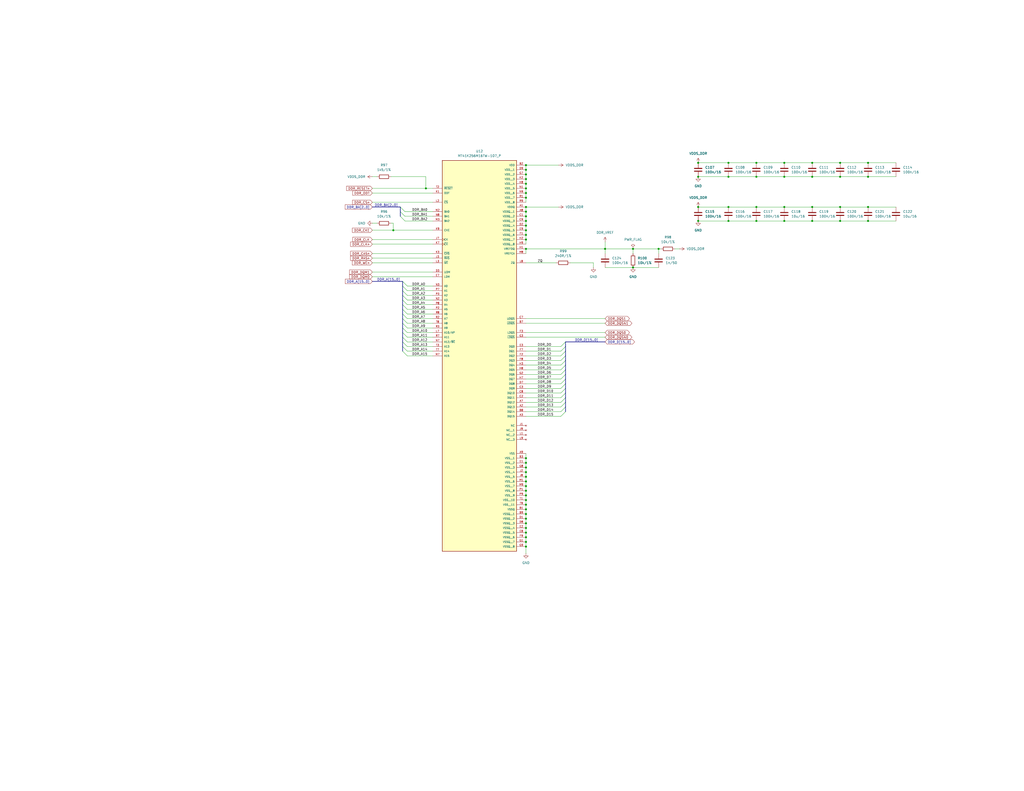
<source format=kicad_sch>
(kicad_sch (version 20231120) (generator "eeschema") (generator_version "8.0")
  (paper "C")
  (title_block (title "DDR3 MEMORY"))
  (lib_symbols
    (symbol "MT41K256M16TW-107_P:C" (pin_numbers hide) (pin_names (offset 0.254))
      (property "Reference" "C" (at 0.635 2.54 0))
      (property "Value" "C" (at 0.635 -2.54 0))
      (symbol "C_0_1"
        (polyline (pts (xy -2.032 -0.762) (xy 2.032 -0.762)) (stroke (width 0.508)))
        (polyline (pts (xy -2.032 0.762) (xy 2.032 0.762)) (stroke (width 0.508)))
      )
      (symbol "C_1_1"
        (pin passive line (at 0 3.81 270) (length 2.794) (name "~") (number "1"))
        (pin passive line (at 0 -3.81 90) (length 2.794) (name "~") (number "2"))
      )
    )
    (symbol "MT41K256M16TW-107_P:R" (pin_numbers hide) (pin_names (offset 0))
      (property "Reference" "R" (at 2.032 0 90))
      (property "Value" "R" (at 0 0 90))
      (symbol "R_0_1"
        (rectangle (start -1.016 -2.54) (end 1.016 2.54) (stroke (width 0.254)))
      )
      (symbol "R_1_1"
        (pin passive line (at 0 3.81 270) (length 1.27) (name "~") (number "1"))
        (pin passive line (at 0 -3.81 90) (length 1.27) (name "~") (number "2"))
      )
    )
    (symbol "MT41K256M16TW-107_P_1" (pin_names (offset 1.016))
      (property "Reference" "U6" (at 0 60.96 0))
      (property "Value" "MT41K256M16TW-107_P" (at 0 58.42 0))
      (symbol "MT41K256M16TW-107_P_1_0_0"
        (rectangle (start -20.32 55.88) (end 20.32 -157.48) (stroke (width 0.254)) (fill (type background)))
        (pin power_in line (at 25.4 30.48 180) (length 5.08) (name "VDDQ") (number "A1"))
        (pin bidirectional line (at 25.4 -78.74 180) (length 5.08) (name "DQ13") (number "A2"))
        (pin bidirectional line (at 25.4 -83.82 180) (length 5.08) (name "DQ15") (number "A3"))
        (pin bidirectional line (at 25.4 -76.2 180) (length 5.08) (name "DQ12") (number "A7"))
        (pin power_in line (at 25.4 27.94 180) (length 5.08) (name "VDDQ__1") (number "A8"))
        (pin power_in line (at 25.4 -104.14 180) (length 5.08) (name "VSS") (number "A9"))
        (pin power_in line (at 25.4 -134.62 180) (length 5.08) (name "VSSQ") (number "B1"))
        (pin power_in line (at 25.4 53.34 180) (length 5.08) (name "VDD") (number "B2"))
        (pin power_in line (at 25.4 -106.68 180) (length 5.08) (name "VSS__1") (number "B3"))
        (pin bidirectional line (at 25.4 -33.02 180) (length 5.08) (name "~{UDQS}") (number "B7"))
        (pin bidirectional line (at 25.4 -81.28 180) (length 5.08) (name "DQ14") (number "B8"))
        (pin power_in line (at 25.4 -137.16 180) (length 5.08) (name "VSSQ__1") (number "B9"))
        (pin power_in line (at 25.4 25.4 180) (length 5.08) (name "VDDQ__2") (number "C1"))
        (pin bidirectional line (at 25.4 -73.66 180) (length 5.08) (name "DQ11") (number "C2"))
        (pin bidirectional line (at 25.4 -68.58 180) (length 5.08) (name "DQ9") (number "C3"))
        (pin bidirectional line (at 25.4 -30.48 180) (length 5.08) (name "UDQS") (number "C7"))
        (pin bidirectional line (at 25.4 -71.12 180) (length 5.08) (name "DQ10") (number "C8"))
        (pin power_in line (at 25.4 22.86 180) (length 5.08) (name "VDDQ__3") (number "C9"))
        (pin power_in line (at 25.4 -139.7 180) (length 5.08) (name "VSSQ__2") (number "D1"))
        (pin power_in line (at 25.4 20.32 180) (length 5.08) (name "VDDQ__4") (number "D2"))
        (pin input line (at -25.4 -5.08 0) (length 5.08) (name "UDM") (number "D3"))
        (pin bidirectional line (at 25.4 -66.04 180) (length 5.08) (name "DQ8") (number "D7"))
        (pin power_in line (at 25.4 -142.24 180) (length 5.08) (name "VSSQ__3") (number "D8"))
        (pin power_in line (at 25.4 50.8 180) (length 5.08) (name "VDD__1") (number "D9"))
        (pin power_in line (at 25.4 -109.22 180) (length 5.08) (name "VSS__2") (number "E1"))
        (pin power_in line (at 25.4 -144.78 180) (length 5.08) (name "VSSQ__4") (number "E2"))
        (pin bidirectional line (at 25.4 -45.72 180) (length 5.08) (name "DQ0") (number "E3"))
        (pin input line (at -25.4 -7.62 0) (length 5.08) (name "LDM") (number "E7"))
        (pin power_in line (at 25.4 -147.32 180) (length 5.08) (name "VSSQ__5") (number "E8"))
        (pin power_in line (at 25.4 17.78 180) (length 5.08) (name "VDDQ__5") (number "E9"))
        (pin power_in line (at 25.4 15.24 180) (length 5.08) (name "VDDQ__6") (number "F1"))
        (pin bidirectional line (at 25.4 -50.8 180) (length 5.08) (name "DQ2") (number "F2"))
        (pin bidirectional line (at 25.4 -38.1 180) (length 5.08) (name "LDQS") (number "F3"))
        (pin bidirectional line (at 25.4 -48.26 180) (length 5.08) (name "DQ1") (number "F7"))
        (pin bidirectional line (at 25.4 -53.34 180) (length 5.08) (name "DQ3") (number "F8"))
        (pin power_in line (at 25.4 -149.86 180) (length 5.08) (name "VSSQ__6") (number "F9"))
        (pin power_in line (at 25.4 -152.4 180) (length 5.08) (name "VSSQ__7") (number "G1"))
        (pin bidirectional line (at 25.4 -60.96 180) (length 5.08) (name "DQ6") (number "G2"))
        (pin bidirectional line (at 25.4 -40.64 180) (length 5.08) (name "~{LDQS}") (number "G3"))
        (pin power_in line (at 25.4 48.26 180) (length 5.08) (name "VDD__2") (number "G7"))
        (pin power_in line (at 25.4 -111.76 180) (length 5.08) (name "VSS__3") (number "G8"))
        (pin power_in line (at 25.4 -154.94 180) (length 5.08) (name "VSSQ__8") (number "G9"))
        (pin power_in line (at 25.4 7.62 180) (length 5.08) (name "VREFDQ") (number "H1"))
        (pin power_in line (at 25.4 12.7 180) (length 5.08) (name "VDDQ__7") (number "H2"))
        (pin bidirectional line (at 25.4 -55.88 180) (length 5.08) (name "DQ4") (number "H3"))
        (pin bidirectional line (at 25.4 -63.5 180) (length 5.08) (name "DQ7") (number "H7"))
        (pin bidirectional line (at 25.4 -58.42 180) (length 5.08) (name "DQ5") (number "H8"))
        (pin power_in line (at 25.4 10.16 180) (length 5.08) (name "VDDQ__8") (number "H9"))
        (pin no_connect line (at 25.4 -88.9 180) (length 5.08) (name "NC") (number "J1"))
        (pin power_in line (at 25.4 -114.3 180) (length 5.08) (name "VSS__4") (number "J2"))
        (pin input line (at -25.4 2.54 0) (length 5.08) (name "~{RAS}") (number "J3"))
        (pin input clock (at -25.4 12.7 0) (length 5.08) (name "CK") (number "J7"))
        (pin power_in line (at 25.4 -116.84 180) (length 5.08) (name "VSS__5") (number "J8"))
        (pin no_connect line (at 25.4 -91.44 180) (length 5.08) (name "NC__1") (number "J9"))
        (pin input line (at -25.4 38.1 0) (length 5.08) (name "ODT") (number "K1"))
        (pin power_in line (at 25.4 45.72 180) (length 5.08) (name "VDD__3") (number "K2"))
        (pin input line (at -25.4 5.08 0) (length 5.08) (name "~{CAS}") (number "K3"))
        (pin input clock (at -25.4 10.16 0) (length 5.08) (name "~{CK}") (number "K7"))
        (pin power_in line (at 25.4 43.18 180) (length 5.08) (name "VDD__4") (number "K8"))
        (pin input line (at -25.4 17.78 0) (length 5.08) (name "CKE") (number "K9"))
        (pin no_connect line (at 25.4 -93.98 180) (length 5.08) (name "NC__2") (number "L1"))
        (pin input line (at -25.4 33.02 0) (length 5.08) (name "~{CS}") (number "L2"))
        (pin input line (at -25.4 0 0) (length 5.08) (name "~{WE}") (number "L3"))
        (pin input line (at -25.4 -38.1 0) (length 5.08) (name "A10/AP") (number "L7"))
        (pin output line (at 25.4 0 180) (length 5.08) (name "ZQ") (number "L8"))
        (pin no_connect line (at 25.4 -96.52 180) (length 5.08) (name "NC__3") (number "L9"))
        (pin power_in line (at 25.4 -119.38 180) (length 5.08) (name "VSS__6") (number "M1"))
        (pin input line (at -25.4 27.94 0) (length 5.08) (name "BA0") (number "M2"))
        (pin input line (at -25.4 22.86 0) (length 5.08) (name "BA2") (number "M3"))
        (pin power_in line (at 25.4 5.08 180) (length 5.08) (name "VREFCA") (number "M8"))
        (pin power_in line (at 25.4 -121.92 180) (length 5.08) (name "VSS__7") (number "M9"))
        (pin power_in line (at 25.4 40.64 180) (length 5.08) (name "VDD__5") (number "N1"))
        (pin input line (at -25.4 -20.32 0) (length 5.08) (name "A3") (number "N2"))
        (pin input line (at -25.4 -12.7 0) (length 5.08) (name "A0") (number "N3"))
        (pin input line (at -25.4 -43.18 0) (length 5.08) (name "A12/~{BC}") (number "N7"))
        (pin input line (at -25.4 25.4 0) (length 5.08) (name "BA1") (number "N8"))
        (pin power_in line (at 25.4 38.1 180) (length 5.08) (name "VDD__6") (number "N9"))
        (pin power_in line (at 25.4 -124.46 180) (length 5.08) (name "VSS__8") (number "P1"))
        (pin input line (at -25.4 -25.4 0) (length 5.08) (name "A5") (number "P2"))
        (pin input line (at -25.4 -17.78 0) (length 5.08) (name "A2") (number "P3"))
        (pin input line (at -25.4 -15.24 0) (length 5.08) (name "A1") (number "P7"))
        (pin input line (at -25.4 -22.86 0) (length 5.08) (name "A4") (number "P8"))
        (pin power_in line (at 25.4 -127 180) (length 5.08) (name "VSS__9") (number "P9"))
        (pin power_in line (at 25.4 35.56 180) (length 5.08) (name "VDD__7") (number "R1"))
        (pin input line (at -25.4 -30.48 0) (length 5.08) (name "A7") (number "R2"))
        (pin input line (at -25.4 -35.56 0) (length 5.08) (name "A9") (number "R3"))
        (pin input line (at -25.4 -40.64 0) (length 5.08) (name "A11") (number "R7"))
        (pin input line (at -25.4 -27.94 0) (length 5.08) (name "A6") (number "R8"))
        (pin power_in line (at 25.4 33.02 180) (length 5.08) (name "VDD__8") (number "R9"))
        (pin power_in line (at 25.4 -129.54 180) (length 5.08) (name "VSS__10") (number "T1"))
        (pin input line (at -25.4 40.64 0) (length 5.08) (name "~{RESET}") (number "T2"))
        (pin input line (at -25.4 -45.72 0) (length 5.08) (name "A13") (number "T3"))
        (pin input line (at -25.4 -48.26 0) (length 5.08) (name "A14") (number "T7"))
        (pin input line (at -25.4 -33.02 0) (length 5.08) (name "A8") (number "T8"))
        (pin power_in line (at 25.4 -132.08 180) (length 5.08) (name "VSS__11") (number "T9"))
      )
      (symbol "MT41K256M16TW-107_P_1_1_0"
        (pin input line (at -25.4 -50.8 0) (length 5.08) (name "A15") (number "M7"))
      )
    )
    (symbol "power:GND" (power) (pin_numbers hide) (pin_names (offset 0) hide)
      (property "Value" "GND" (at 0 -3.81 0))
      (symbol "GND_0_1"
        (polyline (pts (xy 0 0) (xy 0 -1.27) (xy 1.27 -1.27) (xy 0 -2.54) (xy -1.27 -1.27) (xy 0 -1.27)))
      )
      (symbol "GND_1_1"
        (pin power_in line (at 0 0 270) (length 0) (name "~") (number "1"))
      )
    )
    (symbol "power:PWR_FLAG" (power) (pin_numbers hide) (pin_names (offset 0) hide)
      (property "Value" "PWR_FLAG" (at 0 3.81 0))
      (symbol "PWR_FLAG_0_0"
        (pin power_out line (at 0 0 90) (length 0) (name "~") (number "1"))
      )
      (symbol "PWR_FLAG_0_1"
        (polyline (pts (xy 0 0) (xy 0 1.27) (xy -1.016 1.905) (xy 0 2.54) (xy 1.016 1.905) (xy 0 1.27)))
      )
    )
    (symbol "power:VD" (power) (pin_numbers hide) (pin_names (offset 0) hide)
      (property "Value" "VD" (at 0 3.556 0))
      (symbol "VD_0_1"
        (polyline (pts (xy -0.762 1.27) (xy 0 2.54)))
        (polyline (pts (xy 0 0) (xy 0 2.54)))
        (polyline (pts (xy 0 2.54) (xy 0.762 1.27)))
      )
      (symbol "VD_1_1"
        (pin power_in line (at 0 0 90) (length 0) (name "~") (number "1"))
      )
    )
  )
  (junction (at 381 113.03))
  (junction (at 214.63 125.73))
  (junction (at 397.51 113.03))
  (junction (at 287.02 255.27))
  (junction (at 287.02 270.51))
  (junction (at 287.02 125.73))
  (junction (at 427.99 96.52))
  (junction (at 287.02 298.45))
  (junction (at 287.02 280.67))
  (junction (at 287.02 130.81))
  (junction (at 458.47 96.52))
  (junction (at 412.75 88.9))
  (junction (at 287.02 283.21))
  (junction (at 412.75 120.65))
  (junction (at 287.02 273.05))
  (junction (at 287.02 275.59))
  (junction (at 473.71 120.65))
  (junction (at 287.02 257.81))
  (junction (at 381 88.9))
  (junction (at 458.47 113.03))
  (junction (at 287.02 262.89))
  (junction (at 287.02 295.91))
  (junction (at 427.99 113.03))
  (junction (at 287.02 260.35))
  (junction (at 397.51 88.9))
  (junction (at 287.02 102.87))
  (junction (at 345.44 146.05))
  (junction (at 287.02 128.27))
  (junction (at 287.02 95.25))
  (junction (at 397.51 96.52))
  (junction (at 287.02 107.95))
  (junction (at 287.02 252.73))
  (junction (at 287.02 105.41))
  (junction (at 443.23 120.65))
  (junction (at 287.02 293.37))
  (junction (at 397.51 120.65))
  (junction (at 473.71 96.52))
  (junction (at 287.02 278.13))
  (junction (at 359.41 135.89))
  (junction (at 427.99 88.9))
  (junction (at 287.02 123.19))
  (junction (at 458.47 120.65))
  (junction (at 287.02 90.17))
  (junction (at 232.41 102.87))
  (junction (at 287.02 135.89))
  (junction (at 330.2 135.89))
  (junction (at 287.02 288.29))
  (junction (at 287.02 97.79))
  (junction (at 427.99 120.65))
  (junction (at 287.02 265.43))
  (junction (at 287.02 120.65))
  (junction (at 381 96.52))
  (junction (at 443.23 88.9))
  (junction (at 287.02 290.83))
  (junction (at 287.02 92.71))
  (junction (at 287.02 267.97))
  (junction (at 287.02 118.11))
  (junction (at 381 120.65))
  (junction (at 473.71 88.9))
  (junction (at 443.23 113.03))
  (junction (at 412.75 113.03))
  (junction (at 287.02 113.03))
  (junction (at 287.02 250.19))
  (junction (at 345.44 135.89))
  (junction (at 287.02 285.75))
  (junction (at 287.02 100.33))
  (junction (at 412.75 96.52))
  (junction (at 473.71 113.03))
  (junction (at 443.23 96.52))
  (junction (at 458.47 88.9))
  (junction (at 287.02 115.57))
  (bus_entry (at 219.71 184.15) (size 2.54 2.54))
  (bus_entry (at 218.44 118.11) (size 2.54 2.54))
  (bus_entry (at 219.71 166.37) (size 2.54 2.54))
  (bus_entry (at 306.07 222.25) (size 2.54 -2.54))
  (bus_entry (at 219.71 171.45) (size 2.54 2.54))
  (bus_entry (at 306.07 214.63) (size 2.54 -2.54))
  (bus_entry (at 306.07 199.39) (size 2.54 -2.54))
  (bus_entry (at 219.71 186.69) (size 2.54 2.54))
  (bus_entry (at 306.07 204.47) (size 2.54 -2.54))
  (bus_entry (at 306.07 209.55) (size 2.54 -2.54))
  (bus_entry (at 219.71 156.21) (size 2.54 2.54))
  (bus_entry (at 219.71 173.99) (size 2.54 2.54))
  (bus_entry (at 306.07 227.33) (size 2.54 -2.54))
  (bus_entry (at 306.07 191.77) (size 2.54 -2.54))
  (bus_entry (at 306.07 194.31) (size 2.54 -2.54))
  (bus_entry (at 219.71 163.83) (size 2.54 2.54))
  (bus_entry (at 219.71 153.67) (size 2.54 2.54))
  (bus_entry (at 306.07 196.85) (size 2.54 -2.54))
  (bus_entry (at 306.07 212.09) (size 2.54 -2.54))
  (bus_entry (at 218.44 113.03) (size 2.54 2.54))
  (bus_entry (at 218.44 115.57) (size 2.54 2.54))
  (bus_entry (at 219.71 161.29) (size 2.54 2.54))
  (bus_entry (at 219.71 189.23) (size 2.54 2.54))
  (bus_entry (at 219.71 191.77) (size 2.54 2.54))
  (bus_entry (at 219.71 181.61) (size 2.54 2.54))
  (bus_entry (at 219.71 179.07) (size 2.54 2.54))
  (bus_entry (at 306.07 224.79) (size 2.54 -2.54))
  (bus_entry (at 219.71 168.91) (size 2.54 2.54))
  (bus_entry (at 219.71 176.53) (size 2.54 2.54))
  (bus_entry (at 306.07 189.23) (size 2.54 -2.54))
  (bus_entry (at 306.07 201.93) (size 2.54 -2.54))
  (bus_entry (at 219.71 158.75) (size 2.54 2.54))
  (bus_entry (at 306.07 207.01) (size 2.54 -2.54))
  (bus_entry (at 306.07 217.17) (size 2.54 -2.54))
  (bus_entry (at 306.07 219.71) (size 2.54 -2.54))
  (wire (pts (xy 287.02 224.79) (xy 306.07 224.79)))
  (wire (pts (xy 287.02 290.83) (xy 287.02 293.37)))
  (wire (pts (xy 412.75 120.65) (xy 427.99 120.65)))
  (bus (pts (xy 308.61 189.23) (xy 308.61 186.69)))
  (wire (pts (xy 220.98 115.57) (xy 236.22 115.57)))
  (wire (pts (xy 287.02 181.61) (xy 330.2 181.61)))
  (wire (pts (xy 287.02 123.19) (xy 287.02 125.73)))
  (wire (pts (xy 287.02 257.81) (xy 287.02 260.35)))
  (wire (pts (xy 287.02 295.91) (xy 287.02 298.45)))
  (wire (pts (xy 287.02 222.25) (xy 306.07 222.25)))
  (wire (pts (xy 287.02 209.55) (xy 306.07 209.55)))
  (wire (pts (xy 203.2 138.43) (xy 236.22 138.43)))
  (wire (pts (xy 287.02 97.79) (xy 287.02 100.33)))
  (wire (pts (xy 222.25 191.77) (xy 236.22 191.77)))
  (wire (pts (xy 222.25 184.15) (xy 236.22 184.15)))
  (bus (pts (xy 203.2 113.03) (xy 218.44 113.03)))
  (wire (pts (xy 287.02 176.53) (xy 330.2 176.53)))
  (wire (pts (xy 345.44 135.89) (xy 345.44 138.43)))
  (wire (pts (xy 443.23 113.03) (xy 458.47 113.03)))
  (wire (pts (xy 213.36 121.92) (xy 214.63 121.92)))
  (wire (pts (xy 473.71 120.65) (xy 488.95 120.65)))
  (wire (pts (xy 213.36 96.52) (xy 232.41 96.52)))
  (wire (pts (xy 214.63 125.73) (xy 236.22 125.73)))
  (wire (pts (xy 287.02 120.65) (xy 287.02 123.19)))
  (wire (pts (xy 287.02 143.51) (xy 303.53 143.51)))
  (wire (pts (xy 412.75 88.9) (xy 427.99 88.9)))
  (bus (pts (xy 308.61 194.31) (xy 308.61 191.77)))
  (wire (pts (xy 222.25 166.37) (xy 236.22 166.37)))
  (wire (pts (xy 287.02 191.77) (xy 306.07 191.77)))
  (wire (pts (xy 287.02 298.45) (xy 287.02 302.26)))
  (wire (pts (xy 443.23 120.65) (xy 458.47 120.65)))
  (wire (pts (xy 287.02 293.37) (xy 287.02 295.91)))
  (wire (pts (xy 203.2 133.35) (xy 236.22 133.35)))
  (wire (pts (xy 222.25 176.53) (xy 236.22 176.53)))
  (wire (pts (xy 381 96.52) (xy 397.51 96.52)))
  (wire (pts (xy 330.2 146.05) (xy 345.44 146.05)))
  (wire (pts (xy 203.2 148.59) (xy 236.22 148.59)))
  (wire (pts (xy 360.68 135.89) (xy 359.41 135.89)))
  (wire (pts (xy 222.25 179.07) (xy 236.22 179.07)))
  (wire (pts (xy 287.02 92.71) (xy 287.02 95.25)))
  (bus (pts (xy 308.61 222.25) (xy 308.61 219.71)))
  (bus (pts (xy 219.71 191.77) (xy 219.71 189.23)))
  (bus (pts (xy 308.61 224.79) (xy 308.61 222.25)))
  (bus (pts (xy 219.71 168.91) (xy 219.71 166.37)))
  (wire (pts (xy 345.44 146.05) (xy 359.41 146.05)))
  (wire (pts (xy 330.2 132.08) (xy 330.2 135.89)))
  (wire (pts (xy 232.41 96.52) (xy 232.41 102.87)))
  (wire (pts (xy 203.2 96.52) (xy 205.74 96.52)))
  (wire (pts (xy 427.99 113.03) (xy 443.23 113.03)))
  (wire (pts (xy 287.02 252.73) (xy 287.02 255.27)))
  (bus (pts (xy 308.61 212.09) (xy 308.61 209.55)))
  (wire (pts (xy 287.02 102.87) (xy 287.02 105.41)))
  (wire (pts (xy 222.25 194.31) (xy 236.22 194.31)))
  (bus (pts (xy 219.71 184.15) (xy 219.71 181.61)))
  (wire (pts (xy 287.02 100.33) (xy 287.02 102.87)))
  (wire (pts (xy 287.02 125.73) (xy 287.02 128.27)))
  (wire (pts (xy 287.02 219.71) (xy 306.07 219.71)))
  (bus (pts (xy 219.71 189.23) (xy 219.71 186.69)))
  (wire (pts (xy 222.25 163.83) (xy 236.22 163.83)))
  (wire (pts (xy 287.02 288.29) (xy 287.02 290.83)))
  (wire (pts (xy 287.02 95.25) (xy 287.02 97.79)))
  (wire (pts (xy 287.02 105.41) (xy 287.02 107.95)))
  (wire (pts (xy 287.02 135.89) (xy 330.2 135.89)))
  (bus (pts (xy 308.61 199.39) (xy 308.61 196.85)))
  (wire (pts (xy 287.02 135.89) (xy 287.02 138.43)))
  (wire (pts (xy 287.02 189.23) (xy 306.07 189.23)))
  (bus (pts (xy 308.61 207.01) (xy 308.61 204.47)))
  (wire (pts (xy 287.02 262.89) (xy 287.02 265.43)))
  (bus (pts (xy 308.61 217.17) (xy 308.61 214.63)))
  (bus (pts (xy 219.71 163.83) (xy 219.71 161.29)))
  (wire (pts (xy 287.02 285.75) (xy 287.02 288.29)))
  (wire (pts (xy 287.02 212.09) (xy 306.07 212.09)))
  (wire (pts (xy 287.02 275.59) (xy 287.02 278.13)))
  (bus (pts (xy 219.71 161.29) (xy 219.71 158.75)))
  (wire (pts (xy 203.2 140.97) (xy 236.22 140.97)))
  (wire (pts (xy 287.02 90.17) (xy 304.8 90.17)))
  (wire (pts (xy 287.02 113.03) (xy 304.8 113.03)))
  (wire (pts (xy 214.63 121.92) (xy 214.63 125.73)))
  (wire (pts (xy 287.02 90.17) (xy 287.02 92.71)))
  (wire (pts (xy 412.75 96.52) (xy 427.99 96.52)))
  (bus (pts (xy 308.61 186.69) (xy 330.2 186.69)))
  (wire (pts (xy 203.2 143.51) (xy 236.22 143.51)))
  (wire (pts (xy 287.02 255.27) (xy 287.02 257.81)))
  (wire (pts (xy 458.47 120.65) (xy 473.71 120.65)))
  (wire (pts (xy 287.02 260.35) (xy 287.02 262.89)))
  (bus (pts (xy 219.71 181.61) (xy 219.71 179.07)))
  (wire (pts (xy 220.98 120.65) (xy 236.22 120.65)))
  (bus (pts (xy 308.61 196.85) (xy 308.61 194.31)))
  (bus (pts (xy 219.71 166.37) (xy 219.71 163.83)))
  (wire (pts (xy 287.02 204.47) (xy 306.07 204.47)))
  (wire (pts (xy 222.25 181.61) (xy 236.22 181.61)))
  (wire (pts (xy 397.51 88.9) (xy 412.75 88.9)))
  (wire (pts (xy 222.25 171.45) (xy 236.22 171.45)))
  (wire (pts (xy 287.02 250.19) (xy 287.02 252.73)))
  (wire (pts (xy 397.51 113.03) (xy 412.75 113.03)))
  (bus (pts (xy 308.61 219.71) (xy 308.61 217.17)))
  (wire (pts (xy 287.02 283.21) (xy 287.02 285.75)))
  (wire (pts (xy 222.25 161.29) (xy 236.22 161.29)))
  (wire (pts (xy 287.02 118.11) (xy 287.02 120.65)))
  (wire (pts (xy 203.2 125.73) (xy 214.63 125.73)))
  (wire (pts (xy 287.02 207.01) (xy 306.07 207.01)))
  (bus (pts (xy 308.61 209.55) (xy 308.61 207.01)))
  (wire (pts (xy 222.25 156.21) (xy 236.22 156.21)))
  (wire (pts (xy 359.41 135.89) (xy 359.41 138.43)))
  (wire (pts (xy 287.02 130.81) (xy 287.02 133.35)))
  (wire (pts (xy 458.47 88.9) (xy 473.71 88.9)))
  (wire (pts (xy 287.02 199.39) (xy 306.07 199.39)))
  (wire (pts (xy 330.2 135.89) (xy 330.2 138.43)))
  (bus (pts (xy 203.2 153.67) (xy 219.71 153.67)))
  (wire (pts (xy 287.02 247.65) (xy 287.02 250.19)))
  (wire (pts (xy 220.98 118.11) (xy 236.22 118.11)))
  (wire (pts (xy 287.02 278.13) (xy 287.02 280.67)))
  (wire (pts (xy 443.23 88.9) (xy 458.47 88.9)))
  (bus (pts (xy 308.61 204.47) (xy 308.61 201.93)))
  (wire (pts (xy 345.44 135.89) (xy 359.41 135.89)))
  (bus (pts (xy 219.71 156.21) (xy 219.71 153.67)))
  (bus (pts (xy 219.71 176.53) (xy 219.71 173.99)))
  (wire (pts (xy 397.51 120.65) (xy 412.75 120.65)))
  (wire (pts (xy 287.02 184.15) (xy 330.2 184.15)))
  (bus (pts (xy 219.71 186.69) (xy 219.71 184.15)))
  (wire (pts (xy 381 113.03) (xy 397.51 113.03)))
  (wire (pts (xy 287.02 227.33) (xy 306.07 227.33)))
  (wire (pts (xy 427.99 120.65) (xy 443.23 120.65)))
  (wire (pts (xy 222.25 168.91) (xy 236.22 168.91)))
  (bus (pts (xy 219.71 158.75) (xy 219.71 156.21)))
  (bus (pts (xy 219.71 171.45) (xy 219.71 168.91)))
  (wire (pts (xy 330.2 135.89) (xy 345.44 135.89)))
  (wire (pts (xy 287.02 267.97) (xy 287.02 270.51)))
  (wire (pts (xy 287.02 128.27) (xy 287.02 130.81)))
  (wire (pts (xy 222.25 173.99) (xy 236.22 173.99)))
  (wire (pts (xy 287.02 201.93) (xy 306.07 201.93)))
  (bus (pts (xy 308.61 214.63) (xy 308.61 212.09)))
  (wire (pts (xy 427.99 96.52) (xy 443.23 96.52)))
  (wire (pts (xy 473.71 88.9) (xy 488.95 88.9)))
  (wire (pts (xy 203.2 105.41) (xy 236.22 105.41)))
  (wire (pts (xy 287.02 107.95) (xy 287.02 110.49)))
  (wire (pts (xy 287.02 214.63) (xy 306.07 214.63)))
  (wire (pts (xy 381 88.9) (xy 397.51 88.9)))
  (bus (pts (xy 218.44 115.57) (xy 218.44 118.11)))
  (wire (pts (xy 287.02 173.99) (xy 330.2 173.99)))
  (bus (pts (xy 308.61 201.93) (xy 308.61 199.39)))
  (wire (pts (xy 203.2 121.92) (xy 205.74 121.92)))
  (wire (pts (xy 203.2 130.81) (xy 236.22 130.81)))
  (wire (pts (xy 370.84 135.89) (xy 368.3 135.89)))
  (wire (pts (xy 397.51 96.52) (xy 412.75 96.52)))
  (wire (pts (xy 458.47 113.03) (xy 473.71 113.03)))
  (wire (pts (xy 222.25 186.69) (xy 236.22 186.69)))
  (wire (pts (xy 427.99 88.9) (xy 443.23 88.9)))
  (bus (pts (xy 308.61 191.77) (xy 308.61 189.23)))
  (wire (pts (xy 473.71 113.03) (xy 488.95 113.03)))
  (wire (pts (xy 323.85 143.51) (xy 323.85 146.05)))
  (wire (pts (xy 458.47 96.52) (xy 473.71 96.52)))
  (bus (pts (xy 219.71 173.99) (xy 219.71 171.45)))
  (wire (pts (xy 287.02 194.31) (xy 306.07 194.31)))
  (wire (pts (xy 443.23 96.52) (xy 458.47 96.52)))
  (wire (pts (xy 287.02 113.03) (xy 287.02 115.57)))
  (wire (pts (xy 311.15 143.51) (xy 323.85 143.51)))
  (wire (pts (xy 203.2 151.13) (xy 236.22 151.13)))
  (wire (pts (xy 287.02 217.17) (xy 306.07 217.17)))
  (wire (pts (xy 222.25 189.23) (xy 236.22 189.23)))
  (wire (pts (xy 287.02 273.05) (xy 287.02 275.59)))
  (wire (pts (xy 222.25 158.75) (xy 236.22 158.75)))
  (wire (pts (xy 232.41 102.87) (xy 236.22 102.87)))
  (wire (pts (xy 287.02 196.85) (xy 306.07 196.85)))
  (wire (pts (xy 287.02 280.67) (xy 287.02 283.21)))
  (bus (pts (xy 219.71 179.07) (xy 219.71 176.53)))
  (wire (pts (xy 287.02 270.51) (xy 287.02 273.05)))
  (wire (pts (xy 287.02 265.43) (xy 287.02 267.97)))
  (wire (pts (xy 473.71 96.52) (xy 488.95 96.52)))
  (wire (pts (xy 203.2 102.87) (xy 232.41 102.87)))
  (wire (pts (xy 381 120.65) (xy 397.51 120.65)))
  (wire (pts (xy 287.02 115.57) (xy 287.02 118.11)))
  (bus (pts (xy 218.44 113.03) (xy 218.44 115.57)))
  (wire (pts (xy 203.2 110.49) (xy 236.22 110.49)))
  (wire (pts (xy 412.75 113.03) (xy 427.99 113.03)))
  (label "DDR_D1" (at 293.37 191.77 0))
  (label "DDR_A8" (at 224.79 176.53 0))
  (label "DDR_D2" (at 293.37 194.31 0))
  (label "DDR_D0" (at 293.37 189.23 0))
  (label "DDR_D9" (at 293.37 212.09 0))
  (label "DDR_BA0" (at 224.79 115.57 0))
  (label "DDR_A12" (at 224.79 186.69 0))
  (label "DDR_A4" (at 224.79 166.37 0))
  (label "DDR_D[15..0]" (at 313.69 186.69 0))
  (label "DDR_A6" (at 224.79 171.45 0))
  (label "DDR_D7" (at 293.37 207.01 0))
  (label "DDR_D12" (at 293.37 219.71 0))
  (label "ZQ" (at 293.37 143.51 0))
  (label "DDR_D14" (at 293.37 224.79 0))
  (label "DDR_A[15..0]" (at 205.74 153.67 0))
  (label "DDR_BA1" (at 224.79 118.11 0))
  (label "DDR_A1" (at 224.79 158.75 0))
  (label "DDR_A15" (at 224.79 194.31 0))
  (label "DDR_D15" (at 293.37 227.33 0))
  (label "DDR_A14" (at 224.79 191.77 0))
  (label "DDR_A13" (at 224.79 189.23 0))
  (label "DDR_D6" (at 293.37 204.47 0))
  (label "DDR_D8" (at 293.37 209.55 0))
  (label "DDR_A5" (at 224.79 168.91 0))
  (label "DDR_D4" (at 293.37 199.39 0))
  (label "DDR_D3" (at 293.37 196.85 0))
  (label "DDR_A7" (at 224.79 173.99 0))
  (label "DDR_BA2" (at 224.79 120.65 0))
  (label "DDR_A0" (at 224.79 156.21 0))
  (label "DDR_A9" (at 224.79 179.07 0))
  (label "DDR_D13" (at 293.37 222.25 0))
  (label "DDR_D11" (at 293.37 217.17 0))
  (label "DDR_A3" (at 224.79 163.83 0))
  (label "DDR_D10" (at 293.37 214.63 0))
  (label "DDR_A10" (at 224.79 181.61 0))
  (label "DDR_A11" (at 224.79 184.15 0))
  (label "DDR_D5" (at 293.37 201.93 0))
  (label "DDR_BA[2..0]" (at 204.47 113.03 0))
  (label "DDR_A2" (at 224.79 161.29 0))
  (global_label "DDR_RESETn" (shape input) (at 203.2 102.87 180) (property "Intersheetrefs" "${INTERSHEET_REFS}" (effects (hide yes))))
  (global_label "DDR_CLKn" (shape input) (at 203.2 133.35 180) (property "Intersheetrefs" "${INTERSHEET_REFS}" (effects (hide yes))))
  (global_label "DDR_ODT" (shape input) (at 203.2 105.41 180) (property "Intersheetrefs" "${INTERSHEET_REFS}" (effects (hide yes))))
  (global_label "DDR_CASn" (shape input) (at 203.2 138.43 180) (property "Intersheetrefs" "${INTERSHEET_REFS}" (effects (hide yes))))
  (global_label "DDR_DQSN1" (shape bidirectional) (at 330.2 176.53 0) (property "Intersheetrefs" "${INTERSHEET_REFS}" (effects (hide yes))))
  (global_label "DDR_CLK" (shape input) (at 203.2 130.81 180) (property "Intersheetrefs" "${INTERSHEET_REFS}" (effects (hide yes))))
  (global_label "DDR_DQM0" (shape input) (at 203.2 151.13 180) (property "Intersheetrefs" "${INTERSHEET_REFS}" (effects (hide yes))))
  (global_label "DDR_DQM1" (shape input) (at 203.2 148.59 180) (property "Intersheetrefs" "${INTERSHEET_REFS}" (effects (hide yes))))
  (global_label "DDR_DQS1" (shape bidirectional) (at 330.2 173.99 0) (property "Intersheetrefs" "${INTERSHEET_REFS}" (effects (hide yes))))
  (global_label "DDR_DQS0" (shape bidirectional) (at 330.2 181.61 0) (property "Intersheetrefs" "${INTERSHEET_REFS}" (effects (hide yes))))
  (global_label "DDR_CSn" (shape input) (at 203.2 110.49 180) (property "Intersheetrefs" "${INTERSHEET_REFS}" (effects (hide yes))))
  (global_label "DDR_RASn" (shape input) (at 203.2 140.97 180) (property "Intersheetrefs" "${INTERSHEET_REFS}" (effects (hide yes))))
  (global_label "DDR_A[15..0]" (shape input) (at 203.2 153.67 180) (property "Intersheetrefs" "${INTERSHEET_REFS}" (effects (hide yes))))
  (global_label "DDR_DQSN0" (shape bidirectional) (at 330.2 184.15 0) (property "Intersheetrefs" "${INTERSHEET_REFS}" (effects (hide yes))))
  (global_label "DDR_WEn" (shape input) (at 203.2 143.51 180) (property "Intersheetrefs" "${INTERSHEET_REFS}" (effects (hide yes))))
  (global_label "DDR_BA[2..0]" (shape input) (at 203.2 113.03 180) (property "Intersheetrefs" "${INTERSHEET_REFS}" (effects (hide yes))))
  (global_label "DDR_D[15..0]" (shape bidirectional) (at 330.2 186.69 0) (property "Intersheetrefs" "${INTERSHEET_REFS}" (effects (hide yes))))
  (global_label "DDR_CKE" (shape input) (at 203.2 125.73 180) (property "Intersheetrefs" "${INTERSHEET_REFS}" (effects (hide yes))))
  (symbol (lib_id "power:VD") (at 203.2 96.52 90) (unit 1)
    (property "Reference" "#PWR0131" (effects (hide yes)))
    (property "Value" "VDDS_DDR" (at 199.39 96.5199 90) (effects (justify left)))
    (property "Description" "Power symbol creates a global label with name \"VD\"" (effects (hide yes)))
  )
  (symbol (lib_id "MT41K256M16TW-107_P:C") (at 427.99 116.84 0) (unit 1)
    (property "Reference" "C118" (at 431.8 115.5699 0) (effects (justify left)))
    (property "Value" "10u/16" (at 431.8 118.1099 0) (effects (justify left)))
    (property "Footprint" "footprints:C_0805_2012Metric" (effects (hide yes)))
    (property "Description" "Unpolarized capacitor" (effects (hide yes)))
  )
  (symbol (lib_id "power:GND") (at 381 96.52 0) (unit 1)
    (property "Reference" "#PWR0135" (effects (hide yes)))
    (property "Value" "GND" (at 381 101.6 0))
    (property "Description" "Power symbol creates a global label with name \"GND\" , ground" (effects (hide yes)))
  )
  (symbol (lib_id "MT41K256M16TW-107_P:C") (at 381 116.84 0) (unit 1)
    (property "Reference" "C115" (at 384.81 115.5699 0) (effects (justify left)))
    (property "Value" "100n/16" (at 384.81 118.1099 0) (effects (justify left)))
    (property "Footprint" "footprints:C_0402_1005Metric" (effects (hide yes)))
    (property "Description" "Unpolarized capacitor" (effects (hide yes)))
  )
  (symbol (lib_id "MT41K256M16TW-107_P:C") (at 473.71 116.84 0) (unit 1)
    (property "Reference" "C121" (at 477.52 115.5699 0) (effects (justify left)))
    (property "Value" "100n/16" (at 477.52 118.1099 0) (effects (justify left)))
    (property "Footprint" "footprints:C_0402_1005Metric" (effects (hide yes)))
    (property "Description" "Unpolarized capacitor" (effects (hide yes)))
  )
  (symbol (lib_id "MT41K256M16TW-107_P:C") (at 458.47 92.71 0) (unit 1)
    (property "Reference" "C112" (at 462.28 91.4399 0) (effects (justify left)))
    (property "Value" "100n/16" (at 462.28 93.9799 0) (effects (justify left)))
    (property "Footprint" "footprints:C_0402_1005Metric" (effects (hide yes)))
    (property "Description" "Unpolarized capacitor" (effects (hide yes)))
  )
  (symbol (lib_id "MT41K256M16TW-107_P:C") (at 473.71 92.71 0) (unit 1)
    (property "Reference" "C113" (at 477.52 91.4399 0) (effects (justify left)))
    (property "Value" "100n/16" (at 477.52 93.9799 0) (effects (justify left)))
    (property "Footprint" "footprints:C_0402_1005Metric" (effects (hide yes)))
    (property "Description" "Unpolarized capacitor" (effects (hide yes)))
  )
  (symbol (lib_id "power:VD") (at 370.84 135.89 270) (unit 1)
    (property "Reference" "#PWR0129" (effects (hide yes)))
    (property "Value" "VDDS_DDR" (at 374.65 135.8899 90) (effects (justify left)))
    (property "Description" "Power symbol creates a global label with name \"VD\"" (effects (hide yes)))
  )
  (symbol (lib_id "MT41K256M16TW-107_P:C") (at 397.51 92.71 0) (unit 1)
    (property "Reference" "C108" (at 401.32 91.4399 0) (effects (justify left)))
    (property "Value" "100n/16" (at 401.32 93.9799 0) (effects (justify left)))
    (property "Footprint" "footprints:C_0402_1005Metric" (effects (hide yes)))
    (property "Description" "Unpolarized capacitor" (effects (hide yes)))
  )
  (symbol (lib_id "MT41K256M16TW-107_P:R") (at 307.34 143.51 90) (unit 1)
    (property "Reference" "R99" (at 307.34 137.16 90))
    (property "Value" "240R/1%" (at 307.34 139.7 90))
    (property "Footprint" "footprints:R_0402_1005Metric" (effects (hide yes)))
    (property "Description" "Resistor" (effects (hide yes)))
  )
  (symbol (lib_id "MT41K256M16TW-107_P:R") (at 364.49 135.89 90) (unit 1)
    (property "Reference" "R98" (at 364.49 129.54 90))
    (property "Value" "10k/1%" (at 364.49 132.08 90))
    (property "Footprint" "footprints:R_0402_1005Metric" (effects (hide yes)))
    (property "Description" "Resistor" (effects (hide yes)))
  )
  (symbol (lib_id "power:VD") (at 304.8 90.17 270) (unit 1)
    (property "Reference" "#PWR0122" (effects (hide yes)))
    (property "Value" "VDDS_DDR" (at 308.61 90.1699 90) (effects (justify left)))
    (property "Description" "Power symbol creates a global label with name \"VD\"" (effects (hide yes)))
  )
  (symbol (lib_id "power:VD") (at 381 113.03 0) (unit 1)
    (property "Reference" "#PWR0134" (effects (hide yes)))
    (property "Value" "VDDS_DDR" (at 381 107.95 0))
    (property "Description" "Power symbol creates a global label with name \"VD\"" (effects (hide yes)))
  )
  (symbol (lib_id "MT41K256M16TW-107_P:C") (at 359.41 142.24 0) (unit 1)
    (property "Reference" "C123" (at 363.22 140.9699 0) (effects (justify left)))
    (property "Value" "1n/50" (at 363.22 143.5099 0) (effects (justify left)))
    (property "Footprint" "footprints:C_0402_1005Metric" (effects (hide yes)))
    (property "Description" "Unpolarized capacitor" (effects (hide yes)))
  )
  (symbol (lib_id "power:GND") (at 287.02 302.26 0) (unit 1)
    (property "Reference" "#PWR0126" (effects (hide yes)))
    (property "Value" "GND" (at 287.02 307.34 0))
    (property "Description" "Power symbol creates a global label with name \"GND\" , ground" (effects (hide yes)))
  )
  (symbol (lib_id "MT41K256M16TW-107_P:C") (at 427.99 92.71 0) (unit 1)
    (property "Reference" "C110" (at 431.8 91.4399 0) (effects (justify left)))
    (property "Value" "100n/16" (at 431.8 93.9799 0) (effects (justify left)))
    (property "Footprint" "footprints:C_0402_1005Metric" (effects (hide yes)))
    (property "Description" "Unpolarized capacitor" (effects (hide yes)))
  )
  (symbol (lib_id "power:PWR_FLAG") (at 345.44 135.89 0) (unit 1)
    (property "Reference" "#FLG09" (effects (hide yes)))
    (property "Value" "PWR_FLAG" (at 345.44 130.81 0))
    (property "Description" "Special symbol for telling ERC where power comes from" (effects (hide yes)))
  )
  (symbol (lib_id "power:GND") (at 381 120.65 0) (unit 1)
    (property "Reference" "#PWR0136" (effects (hide yes)))
    (property "Value" "GND" (at 381 125.73 0))
    (property "Description" "Power symbol creates a global label with name \"GND\" , ground" (effects (hide yes)))
  )
  (symbol (lib_id "MT41K256M16TW-107_P:R") (at 345.44 142.24 0) (unit 1)
    (property "Reference" "R100" (at 347.98 140.9699 0) (effects (justify left)))
    (property "Value" "10k/1%" (at 347.98 143.5099 0) (effects (justify left)))
    (property "Footprint" "footprints:R_0402_1005Metric" (effects (hide yes)))
    (property "Description" "Resistor" (effects (hide yes)))
  )
  (symbol (lib_id "MT41K256M16TW-107_P:C") (at 488.95 116.84 0) (unit 1)
    (property "Reference" "C122" (at 492.76 115.5699 0) (effects (justify left)))
    (property "Value" "10u/16" (at 492.76 118.1099 0) (effects (justify left)))
    (property "Footprint" "footprints:C_0805_2012Metric" (effects (hide yes)))
    (property "Description" "Unpolarized capacitor" (effects (hide yes)))
  )
  (symbol (lib_name "MT41K256M16TW-107_P_1") (lib_id "MT41K256M16TW-107_P:MT41K256M16TW-107_P_1") (at 261.62 143.51 0) (unit 1)
    (property "Reference" "U12" (at 261.62 82.55 0))
    (property "Value" "MT41K256M16TW-107_P" (at 261.62 85.09 0))
    (property "Footprint" "footprints:BGA96C80P9X16_1400X800X120" (effects (hide yes)))
    (property "PARTREV" "P" (effects (hide yes)))
    (property "STANDARD" "IPC-7351B" (effects (hide yes)))
    (property "MAXIMUM_PACKAGE_HEIGHT" "1.20mm" (effects (hide yes)))
    (property "MANUFACTURER" "Micron" (effects (hide yes)))
  )
  (symbol (lib_id "MT41K256M16TW-107_P:C") (at 412.75 92.71 0) (unit 1)
    (property "Reference" "C109" (at 416.56 91.4399 0) (effects (justify left)))
    (property "Value" "100n/16" (at 416.56 93.9799 0) (effects (justify left)))
    (property "Footprint" "footprints:C_0402_1005Metric" (effects (hide yes)))
    (property "Description" "Unpolarized capacitor" (effects (hide yes)))
  )
  (symbol (lib_id "power:GND") (at 323.85 146.05 0) (unit 1)
    (property "Reference" "#PWR0127" (effects (hide yes)))
    (property "Value" "GND" (at 323.85 151.13 0))
    (property "Description" "Power symbol creates a global label with name \"GND\" , ground" (effects (hide yes)))
  )
  (symbol (lib_id "MT41K256M16TW-107_P:R") (at 209.55 96.52 90) (unit 1)
    (property "Reference" "R97" (at 209.55 90.17 90))
    (property "Value" "1k5/1%" (at 209.55 92.71 90))
    (property "Footprint" "footprints:R_0402_1005Metric" (effects (hide yes)))
    (property "Description" "Resistor" (effects (hide yes)))
  )
  (symbol (lib_id "power:VD") (at 304.8 113.03 270) (unit 1)
    (property "Reference" "#PWR0125" (effects (hide yes)))
    (property "Value" "VDDS_DDR" (at 308.61 113.0299 90) (effects (justify left)))
    (property "Description" "Power symbol creates a global label with name \"VD\"" (effects (hide yes)))
  )
  (symbol (lib_id "MT41K256M16TW-107_P:C") (at 488.95 92.71 0) (unit 1)
    (property "Reference" "C114" (at 492.76 91.4399 0) (effects (justify left)))
    (property "Value" "100n/16" (at 492.76 93.9799 0) (effects (justify left)))
    (property "Footprint" "footprints:C_0402_1005Metric" (effects (hide yes)))
    (property "Description" "Unpolarized capacitor" (effects (hide yes)))
  )
  (symbol (lib_id "MT41K256M16TW-107_P:C") (at 458.47 116.84 0) (unit 1)
    (property "Reference" "C120" (at 462.28 115.5699 0) (effects (justify left)))
    (property "Value" "100n/16" (at 462.28 118.1099 0) (effects (justify left)))
    (property "Footprint" "footprints:C_0402_1005Metric" (effects (hide yes)))
    (property "Description" "Unpolarized capacitor" (effects (hide yes)))
  )
  (symbol (lib_id "power:GND") (at 345.44 146.05 0) (unit 1)
    (property "Reference" "#PWR0128" (effects (hide yes)))
    (property "Value" "GND" (at 345.44 151.13 0))
    (property "Description" "Power symbol creates a global label with name \"GND\" , ground" (effects (hide yes)))
  )
  (symbol (lib_id "MT41K256M16TW-107_P:C") (at 412.75 116.84 0) (unit 1)
    (property "Reference" "C117" (at 416.56 115.5699 0) (effects (justify left)))
    (property "Value" "100n/16" (at 416.56 118.1099 0) (effects (justify left)))
    (property "Footprint" "footprints:C_0402_1005Metric" (effects (hide yes)))
    (property "Description" "Unpolarized capacitor" (effects (hide yes)))
  )
  (symbol (lib_id "MT41K256M16TW-107_P:C") (at 443.23 116.84 0) (unit 1)
    (property "Reference" "C119" (at 447.04 115.5699 0) (effects (justify left)))
    (property "Value" "100n/16" (at 447.04 118.1099 0) (effects (justify left)))
    (property "Footprint" "footprints:C_0402_1005Metric" (effects (hide yes)))
    (property "Description" "Unpolarized capacitor" (effects (hide yes)))
  )
  (symbol (lib_id "MT41K256M16TW-107_P:C") (at 381 92.71 0) (unit 1)
    (property "Reference" "C107" (at 384.81 91.4399 0) (effects (justify left)))
    (property "Value" "100n/16" (at 384.81 93.9799 0) (effects (justify left)))
    (property "Footprint" "footprints:C_0402_1005Metric" (effects (hide yes)))
    (property "Description" "Unpolarized capacitor" (effects (hide yes)))
  )
  (symbol (lib_id "power:VD") (at 381 88.9 0) (unit 1)
    (property "Reference" "#PWR0133" (effects (hide yes)))
    (property "Value" "VDDS_DDR" (at 381 83.82 0))
    (property "Description" "Power symbol creates a global label with name \"VD\"" (effects (hide yes)))
  )
  (symbol (lib_id "MT41K256M16TW-107_P:R") (at 209.55 121.92 90) (unit 1)
    (property "Reference" "R96" (at 209.55 115.57 90))
    (property "Value" "10k/1%" (at 209.55 118.11 90))
    (property "Footprint" "footprints:R_0402_1005Metric" (effects (hide yes)))
    (property "Description" "Resistor" (effects (hide yes)))
  )
  (symbol (lib_id "MT41K256M16TW-107_P:C") (at 443.23 92.71 0) (unit 1)
    (property "Reference" "C111" (at 447.04 91.4399 0) (effects (justify left)))
    (property "Value" "100n/16" (at 447.04 93.9799 0) (effects (justify left)))
    (property "Footprint" "footprints:C_0402_1005Metric" (effects (hide yes)))
    (property "Description" "Unpolarized capacitor" (effects (hide yes)))
  )
  (symbol (lib_id "MT41K256M16TW-107_P:C") (at 397.51 116.84 0) (unit 1)
    (property "Reference" "C116" (at 401.32 115.5699 0) (effects (justify left)))
    (property "Value" "100n/16" (at 401.32 118.1099 0) (effects (justify left)))
    (property "Footprint" "footprints:C_0402_1005Metric" (effects (hide yes)))
    (property "Description" "Unpolarized capacitor" (effects (hide yes)))
  )
  (symbol (lib_id "MT41K256M16TW-107_P:C") (at 330.2 142.24 0) (unit 1)
    (property "Reference" "C124" (at 334.01 140.9699 0) (effects (justify left)))
    (property "Value" "100n/16" (at 334.01 143.5099 0) (effects (justify left)))
    (property "Footprint" "footprints:C_0402_1005Metric" (effects (hide yes)))
    (property "Description" "Unpolarized capacitor" (effects (hide yes)))
  )
  (symbol (lib_id "power:GND") (at 203.2 121.92 270) (unit 1)
    (property "Reference" "#PWR0132" (effects (hide yes)))
    (property "Value" "GND" (at 199.39 121.9199 90) (effects (justify right)))
    (property "Description" "Power symbol creates a global label with name \"GND\" , ground" (effects (hide yes)))
  )
  (symbol (lib_id "power:VD") (at 330.2 132.08 0) (unit 1)
    (property "Reference" "#PWR0130" (effects (hide yes)))
    (property "Value" "DDR_VREF" (at 330.2 127 0))
    (property "Description" "Power symbol creates a global label with name \"VD\"" (effects (hide yes)))
  )
)
</source>
